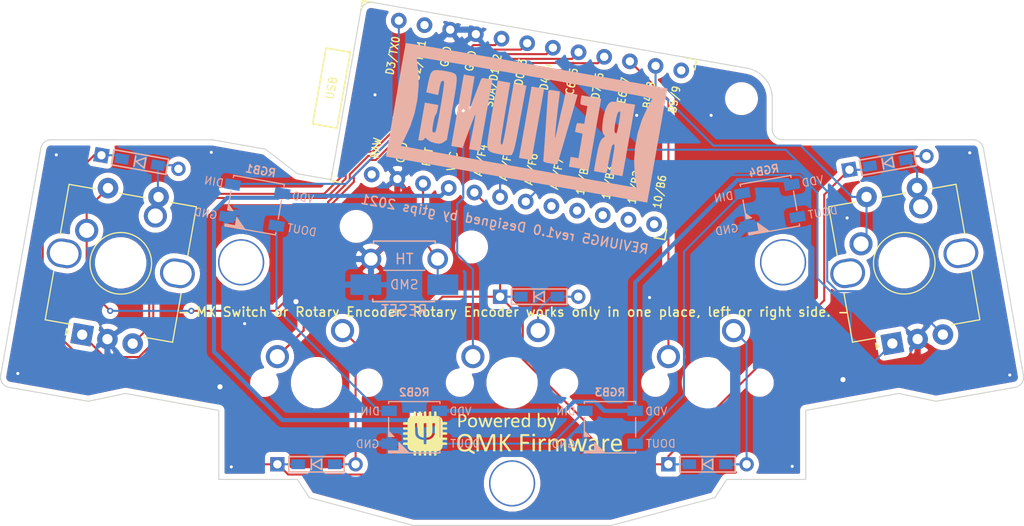
<source format=kicad_pcb>
(kicad_pcb (version 20221018) (generator pcbnew)
  (title_block (title "REVIUNG5") (date "2021-06-09") (rev "1"))
  (layers (0 "F.Cu" signal) (31 "B.Cu" signal) (34 "B.Paste" user) (35 "F.Paste" user) (36 "B.SilkS" user "B.Silkscreen") (37 "F.SilkS" user "F.Silkscreen") (38 "B.Mask" user) (39 "F.Mask" user) (44 "Edge.Cuts" user))
  (net 0 "")
  (net 1 "row0")
  (net 2 "Net-(D1-A)")
  (net 3 "Net-(D2-A)")
  (net 4 "Net-(D3-A)")
  (net 5 "Net-(D4-A)")
  (net 6 "Net-(D5-A)")
  (net 7 "GND")
  (net 8 "reset")
  (net 9 "col0")
  (net 10 "padB")
  (net 11 "padA")
  (net 12 "col4")
  (net 13 "VCC")
  (net 14 "padC")
  (net 15 "LED")
  (net 16 "padD")
  (net 17 "Net-(RGB1-DOUT)")
  (net 18 "Net-(RGB2-DOUT)")
  (net 19 "col1")
  (net 20 "col2")
  (net 21 "col3")
  (net 22 "Net-(RGB3-DOUT)")
  (footprint "Rotary_Encoder:RotaryEncoder_Alps_EC12E-Switch_Vertical_H20mm_CircularMountingHoles" (layer "F.Cu") (at 37.97 62.62 80)
    (fp_text reference "RESW1" hide)
    (fp_text value "Rotary_Encoder_Switch")
  )
  (footprint "Rotary_Encoder:RotaryEncoder_Alps_EC12E-Switch_Vertical_H20mm_CircularMountingHoles" (layer "F.Cu") (at 116.91 63.48 100)
    (fp_text reference "RESW2" hide)
    (fp_text value "Rotary_Encoder_Switch")
  )
  (footprint "_reviung-kbd:MXOnly-1U-3pin" (layer "F.Cu") (at 41.72 55.62 -10)
    (fp_text reference "SW1")
    (fp_text value "SW_PUSH")
  )
  (footprint "_reviung-kbd:MXOnly-1U-NoLED" (layer "F.Cu") (at 60.8 67.3)
    (fp_text reference "SW2")
    (fp_text value "SW_PUSH")
  )
  (footprint "_reviung-kbd:MXOnly-1U-NoLED" (layer "F.Cu") (at 79.85 67.3)
    (fp_text reference "SW3")
    (fp_text value "SW_PUSH")
  )
  (footprint "_reviung-kbd:MXOnly-1U-NoLED" (layer "F.Cu") (at 98.9 67.3)
    (fp_text reference "SW4")
    (fp_text value "SW_PUSH")
  )
  (footprint "_reviung-kbd:MXOnly-1U-3pin" (layer "F.Cu") (at 118.05 55.61 10)
    (fp_text reference "SW5")
    (fp_text value "SW_PUSH")
  )
  (footprint "_reviung-kbd:ProMicro" (layer "F.Cu") (at 81.76 42.03 80)
    (fp_text reference "U1" hide)
    (fp_text value "ProMicro" hide)
  )
  (footprint "_reviung-kbd:HOLE_2.2mm" (layer "F.Cu") (at 102.21 39.62)
    (fp_text reference "Ref**" hide)
    (fp_text value "Val**" hide)
  )
  (footprint "_reviung-kbd:HOLE_2.2mm" (layer "F.Cu") (at 75.91 54.07)
    (fp_text reference "Ref**" hide)
    (fp_text value "Val**" hide)
  )
  (footprint "_reviung-kbd:HOLE_2.2mm" (layer "F.Cu") (at 64.67 52.07)
    (fp_text reference "Ref**" hide)
    (fp_text value "Val**" hide)
  )
  (footprint "_reviung-kbd:HOLE_4.2mm" (layer "F.Cu") (at 53.46 55.57)
    (fp_text reference "REF**")
    (fp_text value "HOLE_4.2mm")
  )
  (footprint "_reviung-kbd:HOLE_4.2mm" (layer "F.Cu") (at 79.86 77.11)
    (fp_text reference "REF**")
    (fp_text value "HOLE_4.2mm")
  )
  (footprint "_reviung-kbd:HOLE_4.2mm" (layer "F.Cu") (at 106.26 55.57)
    (fp_text reference "REF**")
    (fp_text value "HOLE_4.2mm")
  )
  (footprint "_reviung-kbd:QMK-x4-ver1" (layer "F.Cu") (at 79.88 72.26)
    (fp_text reference "G***" hide)
    (fp_text value "LOGO" hide)
  )
  (footprint "_reviung-kbd:D3_TH_SMD_1side" (layer "B.Cu") (at 43.6 45.8 -10)
    (fp_text reference "D1" hide)
    (fp_text value "1N4148" hide)
  )
  (footprint "_reviung-kbd:D3_TH_SMD_1side" (layer "B.Cu") (at 60.8 75.25)
    (fp_text reference "D2" hide)
    (fp_text value "1N4148" hide)
  )
  (footprint "_reviung-kbd:D3_TH_SMD_1side" (layer "B.Cu") (at 82.5 58.92)
    (fp_text reference "D3" hide)
    (fp_text value "1N4148" hide)
  )
  (footprint "_reviung-kbd:D3_TH_SMD_1side" (layer "B.Cu") (at 98.9 75.25)
    (fp_text reference "D4" hide)
    (fp_text value "1N4148" hide)
  )
  (footprint "_reviung-kbd:D3_TH_SMD_1side" (layer "B.Cu") (at 116.48 45.89 10)
    (fp_text reference "D5" hide)
    (fp_text value "1N4148" hide)
  )
  (footprint "_reviung-kbd:ResetSW_TH_SMD" (layer "B.Cu") (at 69.36 55.25)
    (fp_text reference "reset1" hide)
    (fp_text value "SW_PUSH")
  )
  (footprint "_reviung-kbd:LED_WS2812B_PLCC4_5.0x5.0mm_P3.2mm" (layer "B.Cu") (at 54.77 50 170)
    (fp_text reference "RGB1")
    (fp_text value "WS2812B")
  )
  (footprint "_reviung-kbd:LED_WS2812B_PLCC4_5.0x5.0mm_P3.2mm" (layer "B.Cu") (at 70.33 71.64 180)
    (fp_text reference "RGB2")
    (fp_text value "WS2812B")
  )
  (footprint "_reviung-kbd:LED_WS2812B_PLCC4_5.0x5.0mm_P3.2mm" (layer "B.Cu") (at 89.4 71.64 180)
    (fp_text reference "RGB3")
    (fp_text value "WS2812B")
  )
  (footprint "_reviung-kbd:LED_WS2812B_PLCC4_5.0x5.0mm_P3.2mm" (layer "B.Cu") (at 104.98 50 -170)
    (fp_text reference "RGB4")
    (fp_text value "WS2812B")
  )
  (footprint "_reviung-kbd:reviung-logo" (layer "B.Cu") (at 81.25 41.85 170)
    (fp_text reference "G***" hide)
    (fp_text value "LOGO" hide)
  )
  (gr_curve (pts (xy 38.563957 69.112768) (xy 38.563957 69.112768) (xy 42.190092 68.348086) (xy 42.190092 68.348086)) (stroke (width 0.1)) (layer "Edge.Cuts"))
  (gr_curve (pts (xy 129.681392 66.59492) (xy 129.681392 66.59492) (xy 125.777496 44.456349) (xy 125.777496 44.456349)) (stroke (width 0.1)) (layer "Edge.Cuts"))
  (gr_curve (pts (xy 89.53998 81.20458) (xy 89.53998 81.20458) (xy 99.619037 78.505951) (xy 99.619037 78.505951)) (stroke (width 0.1)) (layer "Edge.Cuts"))
  (gr_curve (pts (xy 66.277683 30.250154) (xy 65.733788 30.154252) (xy 65.215129 30.517428) (xy 65.119226 31.061323)) (stroke (width 0.1)) (layer "Edge.Cuts"))
  (gr_curve (pts (xy 99.619037 78.505951) (xy 99.619037 78.505951) (xy 100.774328 76.723092) (xy 100.774328 76.723092)) (stroke (width 0.1)) (layer "Edge.Cuts"))
  (gr_curve (pts (xy 50.62937 43.63) (xy 50.62937 43.63) (xy 34.92908 43.629957) (xy 34.92908 43.629957)) (stroke (width 0.1)) (layer "Edge.Cuts"))
  (gr_curve (pts (xy 70.197383 81.20458) (xy 70.197383 81.20458) (xy 89.53998 81.20458) (xy 89.53998 81.20458)) (stroke (width 0.1)) (layer "Edge.Cuts"))
  (gr_curve (pts (xy 105.209996 39.604987) (xy 105.209996 38.148293) (xy 104.163549 36.902095) (xy 102.728796 36.650194)) (stroke (width 0.1)) (layer "Edge.Cuts"))
  (gr_curve (pts (xy 117.544278 68.347204) (xy 117.544278 68.347204) (xy 121.153812 69.112768) (xy 121.153812 69.112768)) (stroke (width 0.1)) (layer "Edge.Cuts"))
  (gr_curve (pts (xy 58.942063 76.723092) (xy 58.942063 76.723092) (xy 60.100067 78.505951) (xy 60.100067 78.505951)) (stroke (width 0.1)) (layer "Edge.Cuts"))
  (gr_curve (pts (xy 62.21697 47.520869) (xy 62.21697 47.520869) (xy 58.933988 46.941986) (xy 58.933988 46.941986)) (stroke (width 0.1)) (layer "Edge.Cuts"))
  (gr_curve (pts (xy 124.792694 43.63) (xy 124.792694 43.63) (xy 106.21 43.63) (xy 106.21 43.63)) (stroke (width 0.1)) (layer "Edge.Cuts"))
  (gr_curve (pts (xy 51.280106 70.003196) (xy 51.280106 70.003196) (xy 51.280106 76.723092) (xy 51.280106 76.723092)) (stroke (width 0.1)) (layer "Edge.Cuts"))
  (gr_curve (pts (xy 100.774328 76.723092) (xy 100.774328 76.723092) (xy 108.472782 76.723092) (xy 108.472782 76.723092)) (stroke (width 0.1)) (layer "Edge.Cuts"))
  (gr_curve (pts (xy 30.840742 67.753377) (xy 30.840742 67.753377) (xy 38.563957 69.112768) (xy 38.563957 69.112768)) (stroke (width 0.1)) (layer "Edge.Cuts"))
  (gr_curve (pts (xy 51.280106 76.723092) (xy 51.280106 76.723092) (xy 58.942063 76.723092) (xy 58.942063 76.723092)) (stroke (width 0.1)) (layer "Edge.Cuts"))
  (gr_curve (pts (xy 108.472782 69.999428) (xy 108.472782 69.999428) (xy 117.544278 68.347204) (xy 117.544278 68.347204)) (stroke (width 0.1)) (layer "Edge.Cuts"))
  (gr_curve (pts (xy 55.823562 44.545857) (xy 55.823562 44.545857) (xy 50.62937 43.63) (xy 50.62937 43.63)) (stroke (width 0.1)) (layer "Edge.Cuts"))
  (gr_curve (pts (xy 128.870094 67.75342) (xy 129.414053 67.657582) (xy 129.777317 67.138879) (xy 129.681392 66.59492)) (stroke (width 0.1)) (layer "Edge.Cuts"))
  (gr_curve (pts (xy 33.944364 44.455833) (xy 33.944364 44.455833) (xy 30.029357 66.594382) (xy 30.029357 66.594382)) (stroke (width 0.1)) (layer "Edge.Cuts"))
  (gr_curve (pts (xy 108.472782 76.723092) (xy 108.472782 76.723092) (xy 108.472782 69.999428) (xy 108.472782 69.999428)) (stroke (width 0.1)) (layer "Edge.Cuts"))
  (gr_curve (pts (xy 34.92908 43.629957) (xy 34.443967 43.629957) (xy 34.028833 43.978127) (xy 33.944364 44.455833)) (stroke (width 0.1)) (layer "Edge.Cuts"))
  (gr_curve (pts (xy 65.119226 31.061323) (xy 65.119226 31.061323) (xy 62.21697 47.520869) (xy 62.21697 47.520869)) (stroke (width 0.1)) (layer "Edge.Cuts"))
  (gr_curve (pts (xy 60.100067 78.505951) (xy 60.100067 78.505951) (xy 70.197383 81.20458) (xy 70.197383 81.20458)) (stroke (width 0.1)) (layer "Edge.Cuts"))
  (gr_curve (pts (xy 105.209996 42.630018) (xy 105.209996 42.630018) (xy 105.209996 39.604987) (xy 105.209996 39.604987)) (stroke (width 0.1)) (layer "Edge.Cuts"))
  (gr_curve (pts (xy 30.029357 66.594382) (xy 29.933131 67.138535) (xy 30.296503 67.657582) (xy 30.840742 67.753377)) (stroke (width 0.1)) (layer "Edge.Cuts"))
  (gr_curve (pts (xy 42.190092 68.348086) (xy 42.190092 68.348086) (xy 51.280106 70.003196) (xy 51.280106 70.003196)) (stroke (width 0.1)) (layer "Edge.Cuts"))
  (gr_curve (pts (xy 106.21 43.63) (xy 105.657708 43.63) (xy 105.209996 43.182288) (xy 105.209996 42.630018)) (stroke (width 0.1)) (layer "Edge.Cuts"))
  (gr_curve (pts (xy 58.933988 46.941986) (xy 58.933988 46.941986) (xy 55.823562 44.545857) (xy 55.823562 44.545857)) (stroke (width 0.1)) (layer "Edge.Cuts"))
  (gr_curve (pts (xy 121.153812 69.112768) (xy 121.153812 69.112768) (xy 128.870094 67.75342) (xy 128.870094 67.75342)) (stroke (width 0.1)) (layer "Edge.Cuts"))
  (gr_curve (pts (xy 125.777496 44.456349) (xy 125.693221 43.978428) (xy 125.277979 43.63) (xy 124.792694 43.63)) (stroke (width 0.1)) (layer "Edge.Cuts"))
  (gr_curve (pts (xy 102.728796 36.650194) (xy 102.728796 36.650194) (xy 66.277683 30.250154) (xy 66.277683 30.250154)) (stroke (width 0.1)) (layer "Edge.Cuts"))
  (gr_text "REVIUNG5 rev1.0 Designed by gtips 2021" (at 79.13 51.87 -10) (layer "B.SilkS") (effects (font (size 0.9 0.9)) (justify mirror)))
  (gr_text "- MX Switch or Rotary Encoder. Rotary Encoder works only in one place, left or right side. -" (at 80 60.41) (layer "F.SilkS") (effects (font (size 0.9 0.9))))
  (segment (start 54.75 75.25) (end 56.99 75.25) (width 0.2) (layer "F.Cu") (net 1))
  (segment (start 34.127556 50.14945) (end 34.127556 61.171452) (width 0.2) (layer "F.Cu") (net 1))
  (segment (start 95.09 75.25) (end 91.140998 75.25) (width 0.2) (layer "F.Cu") (net 1))
  (segment (start 70.5 73.4) (end 70.5 61.5) (width 0.2) (layer "F.Cu") (net 1))
  (segment (start 52.489998 70.010002) (end 52.489998 72.989998) (width 0.2) (layer "F.Cu") (net 1))
  (segment (start 110.270499 59.270499) (end 110.270499 48.979501) (width 0.2) (layer "F.Cu") (net 1))
  (segment (start 38.156114 65.20001) (end 47.709992 65.20001) (width 0.2) (layer "F.Cu") (net 1))
  (segment (start 47.709992 65.20001) (end 47.709992 65.229996) (width 0.2) (layer "F.Cu") (net 1))
  (segment (start 58.048501 76.248501) (end 67.651499 76.248501) (width 0.2) (layer "F.Cu") (net 1))
  (segment (start 47.709992 65.229996) (end 52.489998 70.010002) (width 0.2) (layer "F.Cu") (net 1))
  (segment (start 90.900998 75.01) (end 90.810499 74.919501) (width 0.2) (layer "F.Cu") (net 1))
  (segment (start 95.09 74.450998) (end 110.270499 59.270499) (width 0.2) (layer "F.Cu") (net 1))
  (segment (start 90.810499 74.919501) (end 80.9 65.009002) (width 0.2) (layer "F.Cu") (net 1))
  (segment (start 39.847882 45.1384) (end 39.138607 45.1384) (width 0.2) (layer "F.Cu") (net 1))
  (segment (start 110.270499 48.979501) (end 112.6984 46.5516) (width 0.2) (layer "F.Cu") (net 1))
  (segment (start 67.651499 76.248501) (end 70.5 73.4) (width 0.2) (layer "F.Cu") (net 1))
  (segment (start 73.08 58.92) (end 78.69 58.92) (width 0.2) (layer "F.Cu") (net 1))
  (segment (start 80.9 65.009002) (end 80.9 61.13) (width 0.2) (layer "F.Cu") (net 1))
  (segment (start 80.9 61.13) (end 78.69 58.92) (width 0.2) (layer "F.Cu") (net 1))
  (segment (start 78.69 51.276814) (end 76.186381 48.773195) (width 0.2) (layer "F.Cu") (net 1))
  (segment (start 70.5 61.5) (end 73.08 58.92) (width 0.2) (layer "F.Cu") (net 1))
  (segment (start 56.99 75.25) (end 57.05 75.25) (width 0.2) (layer "F.Cu") (net 1))
  (segment (start 52.489998 72.989998) (end 54.75 75.25) (width 0.2) (layer "F.Cu") (net 1))
  (segment (start 91.140998 75.25) (end 90.810499 74.919501) (width 0.2) (layer "F.Cu") (net 1))
  (segment (start 39.138607 45.1384) (end 34.127556 50.14945) (width 0.2) (layer "F.Cu") (net 1))
  (segment (start 78.69 58.92) (end 78.69 51.276814) (width 0.2) (layer "F.Cu") (net 1))
  (segment (start 34.127556 61.171452) (end 38.156114 65.20001) (width 0.2) (layer "F.Cu") (net 1))
  (segment (start 57.05 75.25) (end 58.048501 76.248501) (width 0.2) (layer "F.Cu") (net 1))
  (segment (start 112.6984 46.5516) (end 112.727882 46.5516) (width 0.2) (layer "F.Cu") (net 1))
  (segment (start 95.09 75.25) (end 95.09 74.450998) (width 0.2) (layer "F.Cu") (net 1))
  (segment (start 39.847882 45.1384) (end 41.498592 45.1384) (width 0.2) (layer "B.Cu") (net 1))
  (segment (start 112.727882 46.5516) (end 114.378592 46.5516) (width 0.2) (layer "B.Cu") (net 1))
  (segment (start 41.498592 45.1384) (end 41.851966 45.491774) (width 0.2) (layer "B.Cu") (net 1))
  (segment (start 114.378592 46.5516) (end 114.731966 46.198226) (width 0.2) (layer "B.Cu") (net 1))
  (segment (start 78.69 58.92) (end 80.725 58.92) (width 0.2) (layer "B.Cu") (net 1))
  (segment (start 95.09 75.25) (end 97.125 75.25) (width 0.2) (layer "B.Cu") (net 1))
  (segment (start 56.99 75.25) (end 59.025 75.25) (width 0.2) (layer "B.Cu") (net 1))
  (segment (start 45.348034 49.144625) (end 45.411937 49.208528) (width 0.2) (layer "B.Cu") (net 2))
  (segment (start 46.998744 46.108226) (end 47.352118 46.4616) (width 0.2) (layer "B.Cu") (net 2))
  (segment (start 45.348034 46.108226) (end 46.998744 46.108226) (width 0.2) (layer "B.Cu") (net 2))
  (segment (start 45.411937 49.208528) (end 45.411937 50.74985) (width 0.2) (layer "B.Cu") (net 2))
  (segment (start 45.411937 50.74985) (end 45.103544 51.058243) (width 0.2) (layer "B.Cu") (net 2))
  (segment (start 45.348034 46.108226) (end 45.348034 49.144625) (width 0.2) (layer "B.Cu") (net 2))
  (segment (start 64.61 63.49) (end 63.34 62.22) (width 0.2) (layer "F.Cu") (net 3))
  (segment (start 64.61 75.25) (end 64.61 63.49) (width 0.2) (layer "F.Cu") (net 3))
  (segment (start 64.61 75.25) (end 62.575 75.25) (width 0.2) (layer "B.Cu") (net 3))
  (segment (start 83.68 58.92) (end 84.275 58.92) (width 0.2) (layer "B.Cu") (net 4))
  (segment (start 82.39 62.22) (end 82.39 60.21) (width 0.2) (layer "B.Cu") (net 4))
  (segment (start 82.39 60.21) (end 83.68 58.92) (width 0.2) (layer "B.Cu") (net 4))
  (segment (start 84.275 58.92) (end 86.31 58.92) (width 0.2) (layer "B.Cu") (net 4))
  (segment (start 100.675 75.25) (end 102.71 75.25) (width 0.2) (layer "B.Cu") (net 5))
  (segment (start 102.71 75.01) (end 102.71 63.49) (width 0.2) (layer "B.Cu") (net 5))
  (segment (start 102.71 63.49) (end 101.44 62.22) (width 0.2) (layer "B.Cu") (net 5))
  (segment (start 118.581408 45.2284) (end 118.228034 45.581774) (width 0.2) (layer "B.Cu") (net 6))
  (segment (start 119.31614 46.66988) (end 118.228034 45.581774) (width 0.2) (layer "B.Cu") (net 6))
  (segment (start 119.31614 48.332047) (end 119.31614 46.66988) (width 0.2) (layer "B.Cu") (net 6))
  (segment (start 120.232118 45.2284) (end 118.581408 45.2284) (width 0.2) (layer "B.Cu") (net 6))
  (segment (start 119.669279 50.16611) (end 119.669279 48.685186) (width 0.2) (layer "B.Cu") (net 6))
  (segment (start 119.669279 48.685186) (end 119.31614 48.332047) (width 0.2) (layer "B.Cu") (net 6))
  (segment (start 51.4 67.7) (end 51.4 67.7) (width 0.6) (layer "F.Cu") (net 7))
  (segment (start 119.372019 64.460093) (end 119.372019 63.04588) (width 0.6) (layer "F.Cu") (net 7))
  (segment (start 116.832112 67) (end 119.372019 64.460093) (width 0.6) (layer "F.Cu") (net 7))
  (segment (start 68.682146 52.677854) (end 66.11 55.25) (width 0.6) (layer "F.Cu") (net 7))
  (segment (start 112.1 67) (end 116.832112 67) (width 0.6) (layer "F.Cu") (net 7))
  (segment (start 58.8 59.4) (end 51.4 66.8) (width 0.6) (layer "F.Cu") (net 7))
  (segment (start 68.682146 47.449996) (end 68.682146 52.677854) (width 0.6) (layer "F.Cu") (net 7))
  (segment (start 51.4 66.8) (end 51.4 67.7) (width 0.6) (layer "F.Cu") (net 7))
  (via (at 112.1 67) (size 0.9) (drill 0.5) (layers "F.Cu" "B.Cu") (net 7))
  (via (at 93.25 59) (size 0.6) (drill 0.3) (layers "F.Cu" "B.Cu") (net 7))
  (via (at 35.45 45.1) (size 0.6) (drill 0.3) (layers "F.Cu" "B.Cu") (net 7))
  (via (at 107.15 75.45) (size 0.6) (drill 0.3) (layers "F.Cu" "B.Cu") (net 7))
  (via (at 99.25 41.25) (size 0.6) (drill 0.3) (layers "F.Cu" "B.Cu") (net 7))
  (via (at 31.7 66.4) (size 0.6) (drill 0.3) (layers "F.Cu" "B.Cu") (net 7))
  (via (at 58.8 59.4) (size 0.9) (drill 0.5) (layers "F.Cu" "B.Cu") (net 7))
  (via (at 92 41.25) (size 0.6) (drill 0.3) (layers "F.Cu" "B.Cu") (net 7))
  (via (at 51.4 67.7) (size 0.9) (drill 0.5) (layers "F.Cu" "B.Cu") (net 7))
  (via (at 50.55 44.85) (size 0.6) (drill 0.3) (layers "F.Cu" "B.Cu") (net 7))
  (via (at 128.35 66.55) (size 0.6) (drill 0.3) (layers "F.Cu" "B.Cu") (net 7))
  (via (at 66.5 39.25) (size 0.6) (drill 0.3) (layers "F.Cu" "B.Cu") (net 7))
  (via (at 112.5 51.25) (size 0.6) (drill 0.3) (layers "F.Cu" "B.Cu") (net 7))
  (via (at 52.5 75.5) (size 0.6) (drill 0.3) (layers "F.Cu" "B.Cu") (net 7))
  (via (at 53.8 61.55) (size 0.6) (drill 0.3) (layers "F.Cu" "B.Cu") (net 7))
  (via (at 124.45 44.9) (size 0.6) (drill 0.3) (layers "F.Cu" "B.Cu") (net 7))
  (segment (start 58.8 59.4) (end 58.8 59.4) (width 0.6) (layer "B.Cu") (net 7))
  (segment (start 112.1 67) (end 112.1 67) (width 0.6) (layer "B.Cu") (net 7))
  (segment (start 109.010001 54.249999) (end 107.192741 52.432739) (width 0.6) (layer "B.Cu") (net 7))
  (segment (start 93.009999 74.240001) (end 87.950001 74.240001) (width 0.6) (layer "B.Cu") (net 7))
  (segment (start 40.432019 64.468333) (end 43.663686 67.7) (width 0.6) (layer "B.Cu") (net 7))
  (segment (start 67.88 73.24) (end 68.880001 74.240001) (width 0.6) (layer "B.Cu") (net 7))
  (segment (start 65.61 57.75) (end 60.45 57.75) (width 0.6) (layer "B.Cu") (net 7))
  (segment (start 99.814999 55.031189) (end 99.814999 64.524025) (width 0.6) (layer "B.Cu") (net 7))
  (segment (start 69.444145 46.687997) (end 69.444145 37.644145) (width 0.6) (layer "B.Cu") (net 7))
  (segment (start 99.25 72) (end 95.25 72) (width 0.6) (layer "B.Cu") (net 7))
  (segment (start 40.432019 63.05412) (end 40.432019 64.468333) (width 0.6) (layer "B.Cu") (net 7))
  (segment (start 75.886828 32.902289) (end 76.327894 33.343355) (width 0.6) (layer "B.Cu") (net 7))
  (segment (start 51.4 67.7) (end 56.94 73.24) (width 0.6) (layer "B.Cu") (net 7))
  (segment (start 107.192741 52.432739) (end 103.276667 52.432739) (width 0.6) (layer "B.Cu") (net 7))
  (segment (start 68.880001 74.240001) (end 85.949999 74.240001) (width 0.6) (layer "B.Cu") (net 7))
  (segment (start 95.25 72) (end 93.009999 74.240001) (width 0.6) (layer "B.Cu") (net 7))
  (segment (start 66.11 55.25) (end 66.11 57.25) (width 0.6) (layer "B.Cu") (net 7))
  (segment (start 56.94 73.24) (end 67.88 73.24) (width 0.6) (layer "B.Cu") (net 7))
  (segment (start 52.510993 50.718645) (end 52.079384 51.150254) (width 0.6) (layer "B.Cu") (net 7))
  (segment (start 101.393901 66.102927) (end 101.393901 69.856099) (width 0.6) (layer "B.Cu") (net 7))
  (segment (start 68.682146 47.449996) (end 69.444145 46.687997) (width 0.6) (layer "B.Cu") (net 7))
  (segment (start 57.517177 50.718645) (end 52.510993 50.718645) (width 0.6) (layer "B.Cu") (net 7))
  (segment (start 73.826482 32.902289) (end 69.444145 37.284626) (width 0.6) (layer "B.Cu") (net 7))
  (segment (start 62.048532 55.25) (end 57.517177 50.718645) (width 0.6) (layer "B.Cu") (net 7))
  (segment (start 60.45 57.75) (end 58.8 59.4) (width 0.6) (layer "B.Cu") (net 7))
  (segment (start 66.11 55.25) (end 62.048532 55.25) (width 0.6) (layer "B.Cu") (net 7))
  (segment (start 87.950001 74.240001) (end 86.95 73.24) (width 0.6) (layer "B.Cu") (net 7))
  (segment (start 66.11 57.25) (end 65.61 57.75) (width 0.6) (layer "B.Cu") (net 7))
  (segment (start 101.393901 69.856099) (end 99.25 72) (width 0.6) (layer "B.Cu") (net 7))
  (segment (start 85.949999 74.240001) (end 86.95 73.24) (width 0.6) (layer "B.Cu") (net 7))
  (segment (start 73.826482 32.902289) (end 75.886828 32.902289) (width 0.6) (layer "B.Cu") (net 7))
  (segment (start 99.814999 64.524025) (end 101.393901 66.102927) (width 0.6) (layer "B.Cu") (net 7))
  (segment (start 109 63.9) (end 109 56.900002) (width 0.6) (layer "B.Cu") (net 7))
  (segment (start 112.1 67) (end 109 63.9) (width 0.6) (layer "B.Cu") (net 7))
  (segment (start 43.663686 67.7) (end 51.4 67.7) (width 0.6) (layer "B.Cu") (net 7))
  (segment (start 103.276667 52.432739) (end 102.845058 52.00113) (width 0.6) (layer "B.Cu") (net 7))
  (segment (start 109 56.900002) (end 109.010001 56.890001) (width 0.6) (layer "B.Cu") (net 7))
  (segment (start 102.845058 52.00113) (end 99.814999 55.031189) (width 0.6) (layer "B.Cu") (net 7))
  (segment (start 69.444145 37.284626) (end 69.444145 37.644145) (width 0.6) (layer "B.Cu") (net 7))
  (segment (start 109.010001 56.890001) (end 109.010001 54.249999) (width 0.6) (layer "B.Cu") (net 7))
  (segment (start 71.183557 51.823557) (end 71.183557 47.891063) (width 0.2) (layer "F.Cu") (net 8))
  (segment (start 71.206806 52.296825) (end 71.183557 51.823557) (width 0.2) (layer "F.Cu") (net 8))
  (segment (start 71.276333 52.765536) (end 71.206806 52.296825) (width 0.2) (layer "F.Cu") (net 8))
  (segment (start 72.279558 54.886678) (end 71.997293 54.506086) (width 0.2) (layer "F.Cu") (net 8))
  (segment (start 72.59777 55.23777) (end 72.61 55.25) (width 0.2) (layer "F.Cu") (net 8))
  (segment (start 71.997293 54.506086) (end 71.753691 54.099661) (width 0.2) (layer "F.Cu") (net 8))
  (segment (start 71.753691 54.099661) (end 71.551098 53.671315) (width 0.2) (layer "F.Cu") (net 8))
  (segment (start 71.391467 53.225175) (end 71.276333 52.765536) (width 0.2) (layer "F.Cu") (net 8))
  (segment (start 72.59777 55.23777) (end 72.279558 54.886678) (width 0.2) (layer "F.Cu") (net 8))
  (segment (start 71.551098 53.671315) (end 71.391467 53.225175) (width 0.2) (layer "F.Cu") (net 8))
  (segment (start 72.61 55.25) (end 72.61 57.25) (width 0.2) (layer "B.Cu") (net 8))
  (segment (start 72.61 57.25) (end 73.11 57.75) (width 0.2) (layer "B.Cu") (net 8))
  (segment (start 40.7 60.3) (end 40.7 60.3) (width 0.2) (layer "F.Cu") (net 9))
  (segment (start 38.408949 52.456989) (end 38.408949 50.419238) (width 0.2) (layer "F.Cu") (net 9))
  (segment (start 76.25 35.3679) (end 76.330411 35.287489) (width 0.2) (layer "F.Cu") (net 9))
  (segment (start 61.933951 49.683951) (end 64.04327 47.574631) (width 0.2) (layer "F.Cu") (net 9))
  (segment (start 40.487899 48.340288) (end 40.91966 47.908527) (width 0.2) (layer "F.Cu") (net 9))
  (segment (start 76.330411 35.287489) (end 83.211194 35.287489) (width 0.2) (layer "F.Cu") (net 9))
  (segment (start 64.04327 47.008933) (end 65.852213 45.19999) (width 0.2) (layer "F.Cu") (net 9))
  (segment (start 38.408949 52.456989) (end 38.408949 58.008949) (width 0.2) (layer "F.Cu") (net 9))
  (segment (start 64.04327 47.574631) (end 64.04327 47.008933) (width 0.2) (layer "F.Cu") (net 9))
  (segment (start 74.831396 36.800002) (end 76.25 35.381398) (width 0.2) (layer "F.Cu") (net 9))
  (segment (start 61.933951 55.156047) (end 61.933951 49.683951) (width 0.2) (layer "F.Cu") (net 9))
  (segment (start 83.211194 35.287489) (end 83.832129 34.666554) (width 0.2) (layer "F.Cu") (net 9))
  (segment (start 66.417912 45.19999) (end 74.8179 36.800002) (width 0.2) (layer "F.Cu") (net 9))
  (segment (start 48.6 60.3) (end 56.789998 60.3) (width 0.2) (layer "F.Cu") (net 9))
  (segment (start 38.408949 52.456989) (end 38.435204 52.483244) (width 0.2) (layer "F.Cu") (net 9))
  (segment (start 74.8179 36.800002) (end 74.831396 36.800002) (width 0.2) (layer "F.Cu") (net 9))
  (segment (start 65.852213 45.19999) (end 66.417912 45.19999) (width 0.2) (layer "F.Cu") (net 9))
  (segment (start 38.408949 58.008949) (end 40.7 60.3) (width 0.2) (layer "F.Cu") (net 9))
  (segment (start 56.789998 60.3) (end 61.933951 55.156047) (width 0.2) (layer "F.Cu") (net 9))
  (segment (start 38.408949 50.419238) (end 40.487899 48.340288) (width 0.2) (layer "F.Cu") (net 9))
  (segment (start 76.25 35.381398) (end 76.25 35.3679) (width 0.2) (layer "F.Cu") (net 9))
  (via (at 48.6 60.3) (size 0.6) (drill 0.3) (layers "F.Cu" "B.Cu") (net 9))
  (via (at 40.7 60.3) (size 0.6) (drill 0.3) (layers "F.Cu" "B.Cu") (net 9))
  (segment (start 48.6 60.3) (end 48.6 60.3) (width 0.2) (layer "B.Cu") (net 9))
  (segment (start 40.7 60.3) (end 48.6 60.3) (width 0.2) (layer "B.Cu") (net 9))
  (segment (start 38.435204 52.483244) (end 38.408949 52.456989) (width 0.2) (layer "B.Cu") (net 9))
  (segment (start 63.24325 46.677555) (end 65.520835 44.39997) (width 0.2) (layer "F.Cu") (net 10))
  (segment (start 74.486523 35.999982) (end 74.500018 35.999982) (width 0.2) (layer "F.Cu") (net 10))
  (segment (start 74.118252 36.368252) (end 74.486523 35.999982) (width 0.2) (layer "F.Cu") (net 10))
  (segment (start 76.081148 34.405356) (end 78.208371 34.405356) (width 0.2) (layer "F.Cu") (net 10))
  (segment (start 65.520835 44.39997) (end 66.086536 44.39997) (width 0.2) (layer "F.Cu") (net 10))
  (segment (start 42.894039 63.488241) (end 44.5 61.88228) (width 0.2) (layer "F.Cu") (net 10))
  (segment (start 44.5 61.88228) (end 44.5 55.2463) (width 0.2) (layer "F.Cu") (net 10))
  (segment (start 66.086536 44.399968) (end 69.743252 40.743252) (width 0.2) (layer "F.Cu") (net 10))
  (segment (start 44.5 55.2463) (end 50.846309 48.89999) (width 0.2) (layer "F.Cu") (net 10))
  (segment (start 61.586514 48.89999) (end 61.586514 48.863486) (width 0.2) (layer "F.Cu") (net 10))
  (segment (start 50.846309 48.89999) (end 61.586514 48.89999) (width 0.2) (layer "F.Cu") (net 10))
  (segment (start 69.743252 40.743252) (end 74.118252 36.368252) (width 0.2) (layer "F.Cu") (net 10))
  (segment (start 63.24325 47.20675) (end 63.24325 46.677555) (width 0.2) (layer "F.Cu") (net 10))
  (segment (start 66.943252 43.543252) (end 69.743252 40.743252) (width 0.2) (layer "F.Cu") (net 10))
  (segment (start 78.208371 34.405356) (end 78.829306 33.784421) (width 0.2) (layer "F.Cu") (net 10))
  (segment (start 61.586514 48.863486) (end 63.24325 47.20675) (width 0.2) (layer "F.Cu") (net 10))
  (segment (start 74.118252 36.368252) (end 76.081148 34.405356) (width 0.2) (layer "F.Cu") (net 10))
  (segment (start 66.086536 44.39997) (end 66.086536 44.399968) (width 0.2) (layer "F.Cu") (net 10))
  (segment (start 61.752204 49.3) (end 63.64326 47.408944) (width 0.2) (layer "F.Cu") (net 11))
  (segment (start 40.15 64.8) (end 43.5 64.8) (width 0.2) (layer "F.Cu") (net 11))
  (segment (start 44.9 63.4) (end 44.9 62.047979) (width 0.2) (layer "F.Cu") (net 11))
  (segment (start 44.90001 62.047969) (end 44.90001 55.411988) (width 0.2) (layer "F.Cu") (net 11))
  (segment (start 65.686524 44.79998) (end 66.252224 44.79998) (width 0.2) (layer "F.Cu") (net 11))
  (segment (start 43.5 64.8) (end 44.9 63.4) (width 0.2) (layer "F.Cu") (net 11))
  (segment (start 44.90001 55.411988) (end 51.011998 49.3) (width 0.2) (layer "F.Cu") (net 11))
  (segment (start 74.665707 36.399992) (end 75.85 35.215699) (width 0.2) (layer "F.Cu") (net 11))
  (segment (start 76.20578 34.846422) (end 80.709784 34.846422) (width 0.2) (layer "F.Cu") (net 11))
  (segment (start 66.252224 44.79998) (end 74.652212 36.399992) (width 0.2) (layer "F.Cu") (net 11))
  (segment (start 63.64326 46.843244) (end 65.686524 44.79998) (width 0.2) (layer "F.Cu") (net 11))
  (segment (start 51.011998 49.3) (end 61.752204 49.3) (width 0.2) (layer "F.Cu") (net 11))
  (segment (start 74.652212 36.399992) (end 74.665707 36.399992) (width 0.2) (layer "F.Cu") (net 11))
  (segment (start 37.97 62.62) (end 40.15 64.8) (width 0.2) (layer "F.Cu") (net 11))
  (segment (start 63.64326 47.408944) (end 63.64326 46.843244) (width 0.2) (layer "F.Cu") (net 11))
  (segment (start 80.709784 34.846422) (end 81.330718 34.225488) (width 0.2) (layer "F.Cu") (net 11))
  (segment (start 75.85 35.215699) (end 75.85 35.202202) (width 0.2) (layer "F.Cu") (net 11))
  (segment (start 44.9 62.047979) (end 44.90001 62.047969) (width 0.2) (layer "F.Cu") (net 11))
  (segment (start 75.85 35.202202) (end 76.20578 34.846422) (width 0.2) (layer "F.Cu") (net 11))
  (segment (start 99.475552 44.2) (end 93.837776 38.562224) (width 0.2) (layer "B.Cu") (net 12))
  (segment (start 114.392101 49.200288) (end 114.392101 53.234903) (width 0.2) (layer "B.Cu") (net 12))
  (segment (start 114.392101 49.200288) (end 112.977888 49.200288) (width 0.2) (layer "B.Cu") (net 12))
  (segment (start 112.977888 49.200288) (end 107.9776 44.2) (width 0.2) (layer "B.Cu") (net 12))
  (segment (start 107.9776 44.2) (end 99.475552 44.2) (width 0.2) (layer "B.Cu") (net 12))
  (segment (start 93.837776 38.562224) (end 93.837776 36.43082) (width 0.2) (layer "B.Cu") (net 12))
  (segment (start 114.392101 53.234903) (end 113.856816 53.770188) (width 0.2) (layer "B.Cu") (net 12))
  (segment (start 91.85 70.04) (end 88.84 70.04) (width 0.4) (layer "B.Cu") (net 13))
  (segment (start 91.85 57.535832) (end 101.818571 47.567261) (width 0.4) (layer "B.Cu") (net 13))
  (segment (start 101.818571 47.567261) (end 106.683333 47.567261) (width 0.4) (layer "B.Cu") (net 13))
  (segment (start 91.85 70.04) (end 91.85 57.535832) (width 0.4) (layer "B.Cu") (net 13))
  (segment (start 52.108161 49.281355) (end 50.809999 50.579517) (width 0.4) (layer "B.Cu") (net 13))
  (segment (start 57.472999 70.940001) (end 71.879999 70.940001) (width 0.4) (layer "B.Cu") (net 13))
  (segment (start 57.704998 49.094128) (end 57.460616 48.849746) (width 0.4) (layer "B.Cu") (net 13))
  (segment (start 84.979998 70.04) (end 85.879999 69.139999) (width 0.4) (layer "B.Cu") (net 13))
  (segment (start 73.684969 48.332129) (end 72.92297 49.094128) (width 0.4) (layer "B.Cu") (net 13))
  (segment (start 50.809999 50.579517) (end 50.809999 64.277001) (width 0.4) (layer "B.Cu") (net 13))
  (segment (start 88.84 70.04) (end 87.939999 69.139999) (width 0.4) (layer "B.Cu") (net 13))
  (segment (start 57.029007 49.281355) (end 52.108161 49.281355) (width 0.4) (layer "B.Cu") (net 13))
  (segment (start 50.809999 64.277001) (end 57.472999 70.940001) (width 0.4) (layer "B.Cu") (net 13))
  (segment (start 106.683333 47.567261) (end 107.114942 47.99887) (width 0.4) (layer "B.Cu") (net 13))
  (segment (start 57.460616 48.849746) (end 57.029007 49.281355) (width 0.4) (layer "B.Cu") (net 13))
  (segment (start 85.879999 69.139999) (end 87.939999 69.139999) (width 0.4) (layer "B.Cu") (net 13))
  (segment (start 72.78 70.04) (end 84.979998 70.04) (width 0.4) (layer "B.Cu") (net 13))
  (segment (start 72.92297 49.094128) (end 57.704998 49.094128) (width 0.4) (layer "B.Cu") (net 13))
  (segment (start 71.879999 70.940001) (end 72.78 70.04) (width 0.4) (layer "B.Cu") (net 13))
  (segment (start 109.610001 57.138529) (end 109.610001 48.795241) (width 0.2) (layer "B.Cu") (net 14))
  (segment (start 109.610001 48.795241) (end 107.882021 47.067261) (width 0.2) (layer "B.Cu") (net 14))
  (segment (start 116.91 63.48) (end 112.85 67.54) (width 0.2) (layer "B.Cu") (net 14))
  (segment (start 107.882021 47.067261) (end 83.777271 47.067261) (width 0.2) (layer "B.Cu") (net 14))
  (segment (start 83.777271 47.067261) (end 81.189204 49.655328) (width 0.2) (layer "B.Cu") (net 14))
  (segment (start 112.85 60.378528) (end 109.610001 57.138529) (width 0.2) (layer "B.Cu") (net 14))
  (segment (start 112.85 67.54) (end 112.85 60.378528) (width 0.2) (layer "B.Cu") (net 14))
  (segment (start 68.823659 42.776341) (end 63.672904 47.927096) (width 0.2) (layer "B.Cu") (net 15))
  (segment (start 68.823659 32.020156) (end 68.823659 42.776341) (width 0.2) (layer "B.Cu") (net 15))
  (segment (start 63.672904 47.927096) (end 52.706832 47.927096) (width 0.2) (layer "B.Cu") (net 15))
  (segment (start 52.706832 47.927096) (end 52.635058 47.99887) (width 0.2) (layer "B.Cu") (net 15))
  (segment (start 82.3875 44.2875) (end 78.687792 47.987208) (width 0.2) (layer "B.Cu") (net 16))
  (segment (start 78.687792 47.987208) (end 78.687792 49.214262) (width 0.2) (layer "B.Cu") (net 16))
  (segment (start 110.56029 49.45221) (end 110.9625 49.05) (width 0.2) (layer "B.Cu") (net 16))
  (segment (start 110.9625 49.05) (end 106.5125 44.6) (width 0.2) (layer "B.Cu") (net 16))
  (segment (start 111.551298 58.379846) (end 110.56029 57.388838) (width 0.2) (layer "B.Cu") (net 16))
  (segment (start 82.7 44.6) (end 82.3875 44.2875) (width 0.2) (layer "B.Cu") (net 16))
  (segment (start 110.56029 57.388838) (end 110.56029 49.45221) (width 0.2) (layer "B.Cu") (net 16))
  (segment (start 106.5125 44.6) (end 82.7 44.6) (width 0.2) (layer "B.Cu") (net 16))
  (segment (start 117.602126 58.379846) (end 111.551298 58.379846) (width 0.2) (layer "B.Cu") (net 16))
  (segment (start 121.834039 62.611759) (end 117.602126 58.379846) (width 0.2) (layer "B.Cu") (net 16))
  (segment (start 56.904942 60.063944) (end 66.880998 70.04) (width 0.2) (layer "B.Cu") (net 17))
  (segment (start 66.880998 70.04) (end 67.88 70.04) (width 0.2) (layer "B.Cu") (net 17))
  (segment (start 56.904942 52.00113) (end 56.904942 60.063944) (width 0.2) (layer "B.Cu") (net 17))
  (segment (start 72.78 73.24) (end 83.75 73.24) (width 0.2) (layer "B.Cu") (net 18))
  (segment (start 83.75 73.24) (end 86.95 70.04) (width 0.2) (layer "B.Cu") (net 18))
  (segment (start 64.44328 47.174622) (end 66.017902 45.6) (width 0.2) (layer "F.Cu") (net 19))
  (segment (start 64.44328 47.74032) (end 64.44328 47.174622) (width 0.2) (layer "F.Cu") (net 19))
  (segment (start 59.550001 58.105695) (end 62.333961 55.321736) (width 0.2) (layer "F.Cu") (net 19))
  (segment (start 76.447096 35.75) (end 85.691162 35.75) (width 0.2) (layer "F.Cu") (net 19))
  (segment (start 74.997086 37.20001) (end 76.447096 35.75) (width 0.2) (layer "F.Cu") (net 19))
  (segment (start 74.98359 37.20001) (end 74.997086 37.20001) (width 0.2) (layer "F.Cu") (net 19))
  (segment (start 62.333961 49.849639) (end 64.44328 47.74032) (width 0.2) (layer "F.Cu") (net 19))
  (segment (start 59.550001 62.199999) (end 56.99 64.76) (width 0.2) (layer "F.Cu") (net 19))
  (segment (start 59.550001 59.262001) (end 59.550001 62.199999) (width 0.2) (layer "F.Cu") (net 19))
  (segment (start 66.017902 45.6) (end 66.5836 45.6) (width 0.2) (layer "F.Cu") (net 19))
  (segment (start 85.691162 35.75) (end 86.333541 35.107621) (width 0.2) (layer "F.Cu") (net 19))
  (segment (start 66.5836 45.6) (end 74.98359 37.20001) (width 0.2) (layer "F.Cu") (net 19))
  (segment (start 62.333961 55.321736) (end 62.333961 49.849639) (width 0.2) (layer "F.Cu") (net 19))
  (segment (start 59.550001 62.199999) (end 59.550001 58.105695) (width 0.2) (layer "F.Cu") (net 19))
  (segment (start 56.99 64.76) (end 59.552848 62.197152) (width 0.2) (layer "F.Cu") (net 19))
  (segment (start 75.1 40.8) (end 75.1 40.8) (width 0.2) (layer "F.Cu") (net 20))
  (segment (start 85.804168 36.15001) (end 85.82378 36.169622) (width 0.2) (layer "F.Cu") (net 20))
  (segment (start 85.82378 36.169622) (end 88.214018 36.169622) (width 0.2) (layer "F.Cu") (net 20))
  (segment (start 88.214018 36.169622) (end 88.834953 35.548687) (width 0.2) (layer "F.Cu") (net 20))
  (segment (start 79.74999 36.15001) (end 85.804168 36.15001) (width 0.2) (layer "F.Cu") (net 20))
  (segment (start 75.1 40.8) (end 79.74999 36.15001) (width 0.2) (layer "F.Cu") (net 20))
  (via (at 75.1 40.8) (size 0.6) (drill 0.3) (layers "F.Cu" "B.Cu") (net 20))
  (segment (start 75.1 49.3) (end 74.509999 49.890001) (width 0.2) (layer "B.Cu") (net 20))
  (segment (start 74.509999 54.742001) (end 74.509999 49.890001) (width 0.2) (layer "B.Cu") (net 20))
  (segment (start 76.04 64.76) (end 76.04 56.272002) (width 0.2) (layer "B.Cu") (net 20))
  (segment (start 75.1 40.8) (end 75.1 49.3) (width 0.2) (layer "B.Cu") (net 20))
  (segment (start 76.04 56.272002) (end 74.509999 54.742001) (width 0.2) (layer "B.Cu") (net 20))
  (segment (start 95.09 64.76) (end 95.09 39.743389) (width 0.2) (layer "F.Cu") (net 21))
  (segment (start 95.09 39.743389) (end 91.336364 35.989753) (width 0.2) (layer "F.Cu") (net 21))
  (segment (start 96.606099 54.533031) (end 102.289384 48.849746) (width 0.2) (layer "B.Cu") (net 22))
  (segment (start 96.606099 68.483901) (end 96.606099 54.533031) (width 0.2) (layer "B.Cu") (net 22))
  (segment (start 91.85 73.24) (end 96.606099 68.483901) (width 0.2) (layer "B.Cu") (net 22))
  (zone (net 7) (net_name "GND") (layer "F.Cu") (connect_pads (clearance 0.508)) (min_thickness 0.254) (fill yes (thermal_gap 0.508) (thermal_bridge_width 0.508))
    (polygon (pts (xy 102.7 36.75) (xy 103.95 37.3) (xy 104.75 38.2) (xy 105.1 39.15) (xy 105.1 42.8) (xy 105.25 43.2) (xy 105.5 43.5) (xy 105.9 43.7) (xy 106.25 43.75) (xy 124.85 43.75) (xy 125.25 43.85) (xy 125.55 44.1) (xy 125.65 44.45) (xy 129.6 66.6) (xy 129.55 67) (xy 129.4 67.35) (xy 129.05 67.6) (xy 128.75 67.7) (xy 121.15 69) (xy 117.55 68.25) (xy 108.3 69.95) (xy 108.3 76.65) (xy 100.7 76.6) (xy 99.55 78.45) (xy 89.55 81.1) (xy 70.2 81.1) (xy 60.15 78.4) (xy 59 76.65) (xy 51.4 76.65) (xy 51.4 69.95) (xy 42.2 68.25) (xy 38.55 69) (xy 30.65 67.6) (xy 30.35 67.4) (xy 30.15 67) (xy 30.1 66.65) (xy 34.05 44.35) (xy 34.2 44.1) (xy 34.45 43.85) (xy 34.7 43.75) (xy 50.6 43.75) (xy 55.75 44.65) (xy 58.9 47.05) (xy 62.3 47.65) (xy 65.25 31) (xy 65.45 30.65) (xy 65.8 30.4) (xy 66.15 30.35)))
  )
  (zone (net 7) (net_name "GND") (layer "B.Cu") (connect_pads (clearance 0.508)) (min_thickness 0.254) (fill yes (thermal_gap 0.508) (thermal_bridge_width 0.508))
    (polygon (pts (xy 102.7 36.75) (xy 103.95 37.3) (xy 104.75 38.2) (xy 105.1 39.15) (xy 105.1 42.8) (xy 105.25 43.2) (xy 105.5 43.5) (xy 105.9 43.7) (xy 106.2 43.75) (xy 124.85 43.75) (xy 125.25 43.85) (xy 125.55 44.1) (xy 125.65 44.45) (xy 129.6 66.6) (xy 129.55 67) (xy 129.4 67.35) (xy 129.05 67.6) (xy 128.75 67.7) (xy 121.15 69) (xy 117.55 68.25) (xy 108.3 69.95) (xy 108.3 76.65) (xy 100.7 76.6) (xy 99.55 78.45) (xy 89.55 81.1) (xy 70.2 81.1) (xy 60.15 78.4) (xy 59 76.65) (xy 51.4 76.65) (xy 51.4 69.95) (xy 42.2 68.25) (xy 38.55 69) (xy 30.65 67.6) (xy 30.35 67.4) (xy 30.15 67) (xy 30.1 66.65) (xy 34.05 44.35) (xy 34.2 44.1) (xy 34.45 43.85) (xy 34.7 43.75) (xy 50.6 43.75) (xy 55.75 44.65) (xy 58.9 47.05) (xy 62.3 47.65) (xy 65.25 31) (xy 65.45 30.65) (xy 65.8 30.4) (xy 66.15 30.35)))
  )
)
</source>
